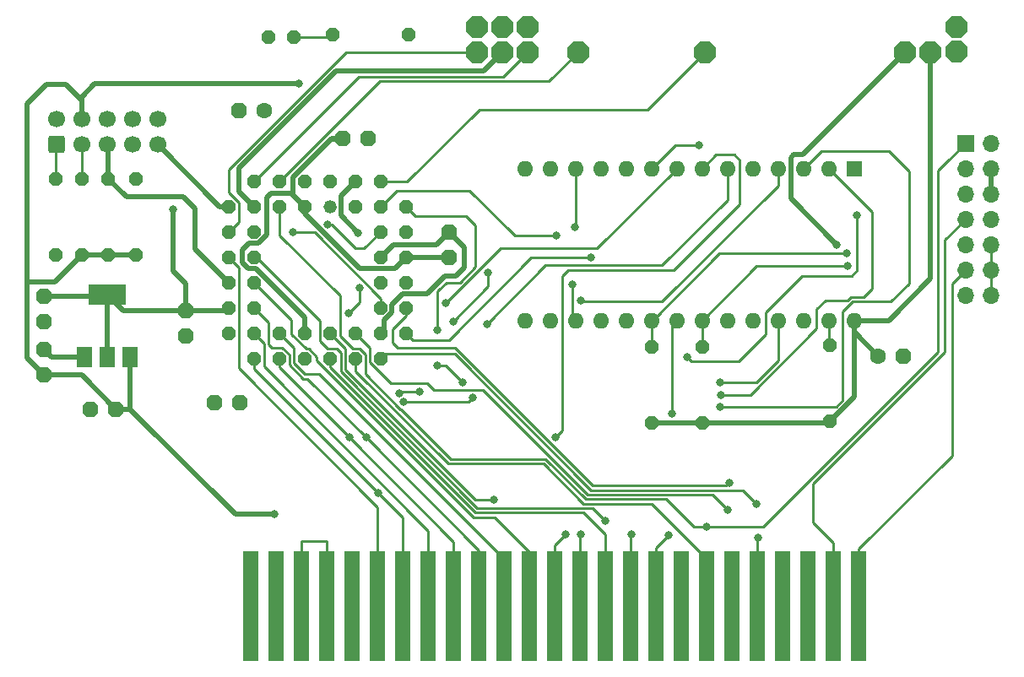
<source format=gbr>
%TF.GenerationSoftware,KiCad,Pcbnew,(6.0.7)*%
%TF.CreationDate,2022-11-17T13:34:52+00:00*%
%TF.ProjectId,msxpi,6d737870-692e-46b6-9963-61645f706362,rev?*%
%TF.SameCoordinates,Original*%
%TF.FileFunction,Copper,L1,Top*%
%TF.FilePolarity,Positive*%
%FSLAX46Y46*%
G04 Gerber Fmt 4.6, Leading zero omitted, Abs format (unit mm)*
G04 Created by KiCad (PCBNEW (6.0.7)) date 2022-11-17 13:34:52*
%MOMM*%
%LPD*%
G01*
G04 APERTURE LIST*
G04 Aperture macros list*
%AMRoundRect*
0 Rectangle with rounded corners*
0 $1 Rounding radius*
0 $2 $3 $4 $5 $6 $7 $8 $9 X,Y pos of 4 corners*
0 Add a 4 corners polygon primitive as box body*
4,1,4,$2,$3,$4,$5,$6,$7,$8,$9,$2,$3,0*
0 Add four circle primitives for the rounded corners*
1,1,$1+$1,$2,$3*
1,1,$1+$1,$4,$5*
1,1,$1+$1,$6,$7*
1,1,$1+$1,$8,$9*
0 Add four rect primitives between the rounded corners*
20,1,$1+$1,$2,$3,$4,$5,0*
20,1,$1+$1,$4,$5,$6,$7,0*
20,1,$1+$1,$6,$7,$8,$9,0*
20,1,$1+$1,$8,$9,$2,$3,0*%
%AMOutline5P*
0 Free polygon, 5 corners , with rotation*
0 The origin of the aperture is its center*
0 number of corners: always 5*
0 $1 to $10 corner X, Y*
0 $11 Rotation angle, in degrees counterclockwise*
0 create outline with 5 corners*
4,1,5,$1,$2,$3,$4,$5,$6,$7,$8,$9,$10,$1,$2,$11*%
%AMOutline6P*
0 Free polygon, 6 corners , with rotation*
0 The origin of the aperture is its center*
0 number of corners: always 6*
0 $1 to $12 corner X, Y*
0 $13 Rotation angle, in degrees counterclockwise*
0 create outline with 6 corners*
4,1,6,$1,$2,$3,$4,$5,$6,$7,$8,$9,$10,$11,$12,$1,$2,$13*%
%AMOutline7P*
0 Free polygon, 7 corners , with rotation*
0 The origin of the aperture is its center*
0 number of corners: always 7*
0 $1 to $14 corner X, Y*
0 $15 Rotation angle, in degrees counterclockwise*
0 create outline with 7 corners*
4,1,7,$1,$2,$3,$4,$5,$6,$7,$8,$9,$10,$11,$12,$13,$14,$1,$2,$15*%
%AMOutline8P*
0 Free polygon, 8 corners , with rotation*
0 The origin of the aperture is its center*
0 number of corners: always 8*
0 $1 to $16 corner X, Y*
0 $17 Rotation angle, in degrees counterclockwise*
0 create outline with 8 corners*
4,1,8,$1,$2,$3,$4,$5,$6,$7,$8,$9,$10,$11,$12,$13,$14,$15,$16,$1,$2,$17*%
G04 Aperture macros list end*
%TA.AperFunction,ComponentPad*%
%ADD10Outline8P,-1.079500X0.447144X-0.447144X1.079500X0.447144X1.079500X1.079500X0.447144X1.079500X-0.447144X0.447144X-1.079500X-0.447144X-1.079500X-1.079500X-0.447144X0.000000*%
%TD*%
%TA.AperFunction,ComponentPad*%
%ADD11C,1.700000*%
%TD*%
%TA.AperFunction,ComponentPad*%
%ADD12RoundRect,0.250000X0.600000X-0.600000X0.600000X0.600000X-0.600000X0.600000X-0.600000X-0.600000X0*%
%TD*%
%TA.AperFunction,ConnectorPad*%
%ADD13R,1.500000X11.000000*%
%TD*%
%TA.AperFunction,ComponentPad*%
%ADD14Outline8P,-0.660400X0.273547X-0.273547X0.660400X0.273547X0.660400X0.660400X0.273547X0.660400X-0.273547X0.273547X-0.660400X-0.273547X-0.660400X-0.660400X-0.273547X270.000000*%
%TD*%
%TA.AperFunction,ComponentPad*%
%ADD15Outline8P,-0.800100X0.331412X-0.331412X0.800100X0.331412X0.800100X0.800100X0.331412X0.800100X-0.331412X0.331412X-0.800100X-0.331412X-0.800100X-0.800100X-0.331412X180.000000*%
%TD*%
%TA.AperFunction,ComponentPad*%
%ADD16Outline8P,-0.800100X0.331412X-0.331412X0.800100X0.331412X0.800100X0.800100X0.331412X0.800100X-0.331412X0.331412X-0.800100X-0.331412X-0.800100X-0.800100X-0.331412X90.000000*%
%TD*%
%TA.AperFunction,ComponentPad*%
%ADD17Outline8P,-0.660400X0.273547X-0.273547X0.660400X0.273547X0.660400X0.660400X0.273547X0.660400X-0.273547X0.273547X-0.660400X-0.273547X-0.660400X-0.660400X-0.273547X90.000000*%
%TD*%
%TA.AperFunction,ComponentPad*%
%ADD18Outline8P,-0.660400X0.273547X-0.273547X0.660400X0.273547X0.660400X0.660400X0.273547X0.660400X-0.273547X0.273547X-0.660400X-0.273547X-0.660400X-0.660400X-0.273547X0.000000*%
%TD*%
%TA.AperFunction,ComponentPad*%
%ADD19C,1.600200*%
%TD*%
%TA.AperFunction,ComponentPad*%
%ADD20Outline8P,-0.800100X0.331412X-0.331412X0.800100X0.331412X0.800100X0.800100X0.331412X0.800100X-0.331412X0.331412X-0.800100X-0.331412X-0.800100X-0.800100X-0.331412X0.000000*%
%TD*%
%TA.AperFunction,SMDPad,CuDef*%
%ADD21R,1.500000X2.000000*%
%TD*%
%TA.AperFunction,SMDPad,CuDef*%
%ADD22R,3.800000X2.000000*%
%TD*%
%TA.AperFunction,ComponentPad*%
%ADD23R,1.700000X1.700000*%
%TD*%
%TA.AperFunction,ComponentPad*%
%ADD24O,1.700000X1.700000*%
%TD*%
%TA.AperFunction,ComponentPad*%
%ADD25Outline8P,-0.800100X0.331412X-0.331412X0.800100X0.331412X0.800100X0.800100X0.331412X0.800100X-0.331412X0.331412X-0.800100X-0.331412X-0.800100X-0.800100X-0.331412X270.000000*%
%TD*%
%TA.AperFunction,ComponentPad*%
%ADD26R,1.600000X1.600000*%
%TD*%
%TA.AperFunction,ComponentPad*%
%ADD27O,1.600000X1.600000*%
%TD*%
%TA.AperFunction,ComponentPad*%
%ADD28Outline8P,-0.660400X0.273547X-0.273547X0.660400X0.273547X0.660400X0.660400X0.273547X0.660400X-0.273547X0.273547X-0.660400X-0.273547X-0.660400X-0.660400X-0.273547X180.000000*%
%TD*%
%TA.AperFunction,ComponentPad*%
%ADD29C,1.320800*%
%TD*%
%TA.AperFunction,ViaPad*%
%ADD30C,0.800000*%
%TD*%
%TA.AperFunction,Conductor*%
%ADD31C,0.250000*%
%TD*%
%TA.AperFunction,Conductor*%
%ADD32C,0.500000*%
%TD*%
G04 APERTURE END LIST*
D10*
%TO.P,MOUNTHOLE5,1,P*%
%TO.N,unconnected-(MOUNTHOLE5-Pad1)*%
X194437000Y-72999600D03*
%TD*%
%TO.P,MOUNTHOLE4,1,P*%
%TO.N,unconnected-(MOUNTHOLE4-Pad1)*%
X194437000Y-75514200D03*
%TD*%
%TO.P,MOUNTHOLE3,1,P*%
%TO.N,unconnected-(MOUNTHOLE3-Pad1)*%
X151384000Y-73025000D03*
%TD*%
%TO.P,MOUNTHOLE2,1,P*%
%TO.N,unconnected-(MOUNTHOLE2-Pad1)*%
X148818600Y-73025000D03*
%TD*%
%TO.P,MOUNTHOLE1,1,P*%
%TO.N,unconnected-(MOUNTHOLE1-Pad1)*%
X146304000Y-73025000D03*
%TD*%
D11*
%TO.P,JP2,10,10*%
%TO.N,GNDREF*%
X114274600Y-82278500D03*
%TO.P,JP2,9,9*%
%TO.N,TDI*%
X114274600Y-84818500D03*
%TO.P,JP2,8,8*%
%TO.N,unconnected-(JP2-Pad8)*%
X111734600Y-82278500D03*
%TO.P,JP2,7,7*%
%TO.N,unconnected-(JP2-Pad7)*%
X111734600Y-84818500D03*
%TO.P,JP2,6,6*%
%TO.N,unconnected-(JP2-Pad6)*%
X109194600Y-82278500D03*
%TO.P,JP2,5,5*%
%TO.N,TMS*%
X109194600Y-84818500D03*
%TO.P,JP2,4,4*%
%TO.N,+5V*%
X106654600Y-82278500D03*
%TO.P,JP2,3,3*%
%TO.N,TDO*%
X106654600Y-84818500D03*
%TO.P,JP2,2,2*%
%TO.N,GNDREF*%
X104114600Y-82278500D03*
D12*
%TO.P,JP2,1,1*%
%TO.N,TCK*%
X104114600Y-84818500D03*
%TD*%
D13*
%TO.P,JP1,2,~{CS2}*%
%TO.N,{slash}CS2*%
X184610025Y-131114405D03*
%TO.P,JP1,4,~{SLTSL}*%
%TO.N,{slash}SLTSL*%
X182070025Y-131114405D03*
%TO.P,JP1,6,~{RFSH}*%
%TO.N,{slash}RFSH*%
X179530025Y-131114405D03*
%TO.P,JP1,8,~{INT}*%
%TO.N,{slash}INT*%
X176990025Y-131114405D03*
%TO.P,JP1,10,BUSDIR*%
%TO.N,BUSDIR*%
X174450025Y-131114405D03*
%TO.P,JP1,12,~{MREQ}*%
%TO.N,{slash}MREQ*%
X171910025Y-131114405D03*
%TO.P,JP1,14,~{RD}*%
%TO.N,{slash}RD*%
X169370025Y-131114405D03*
%TO.P,JP1,16,RES@2*%
%TO.N,unconnected-(JP1-Pad16)*%
X166830025Y-131114405D03*
%TO.P,JP1,18,A15*%
%TO.N,A15*%
X164290025Y-131114405D03*
%TO.P,JP1,20,A10*%
%TO.N,A10*%
X161750025Y-131114405D03*
%TO.P,JP1,22,A6*%
%TO.N,A6*%
X159210025Y-131114405D03*
%TO.P,JP1,24,A8*%
%TO.N,A8*%
X156670025Y-131114405D03*
%TO.P,JP1,26,A13*%
%TO.N,A13*%
X154130025Y-131114405D03*
%TO.P,JP1,28,A0*%
%TO.N,A0*%
X151590025Y-131114405D03*
%TO.P,JP1,30,A2*%
%TO.N,A2*%
X149050025Y-131114405D03*
%TO.P,JP1,32,A4*%
%TO.N,A4*%
X146510025Y-131114405D03*
%TO.P,JP1,34,D0*%
%TO.N,D0*%
X143970025Y-131114405D03*
%TO.P,JP1,36,D2*%
%TO.N,D2*%
X141430025Y-131114405D03*
%TO.P,JP1,38,D4*%
%TO.N,D4*%
X138890025Y-131114405D03*
%TO.P,JP1,40,D6*%
%TO.N,D6*%
X136350025Y-131114405D03*
%TO.P,JP1,42,CLOCK*%
%TO.N,CLOCK*%
X133810025Y-131114405D03*
%TO.P,JP1,44,SW@1*%
%TO.N,Net-(JP1-Pad44)*%
X131270025Y-131114405D03*
%TO.P,JP1,46,SW@2*%
X128730025Y-131114405D03*
%TO.P,JP1,48,+12V*%
%TO.N,unconnected-(JP1-Pad48)*%
X126190025Y-131114405D03*
%TO.P,JP1,50,-12V*%
%TO.N,unconnected-(JP1-Pad50)*%
X123650025Y-131114405D03*
%TD*%
D10*
%TO.P,SPI_MOSI_PI_GPIO1,1,P*%
%TO.N,SPI_MOSI*%
X151384000Y-75558457D03*
%TD*%
D14*
%TO.P,R5,1,1*%
%TO.N,{slash}MEM_WE*%
X181711600Y-104952800D03*
%TO.P,R5,2,2*%
%TO.N,+5V*%
X181711600Y-112572800D03*
%TD*%
D10*
%TO.P,+5V1,1,P*%
%TO.N,+5V*%
X191824942Y-75558457D03*
%TD*%
D15*
%TO.P,C8,1,1*%
%TO.N,GNDREF*%
X122555000Y-110744000D03*
%TO.P,C8,2,2*%
%TO.N,+3.3V*%
X120015000Y-110744000D03*
%TD*%
D16*
%TO.P,C1,1,1*%
%TO.N,+5V*%
X102870000Y-107950000D03*
%TO.P,C1,2,2*%
%TO.N,GNDREF*%
X102870000Y-105410000D03*
%TD*%
D17*
%TO.P,R3,1,1*%
%TO.N,+5V*%
X109347000Y-95885000D03*
%TO.P,R3,2,2*%
%TO.N,TMS*%
X109347000Y-88265000D03*
%TD*%
D18*
%TO.P,R8,1,1*%
%TO.N,Net-(LED1-PadA)*%
X131876800Y-73837800D03*
%TO.P,R8,2,2*%
%TO.N,SPI_CLK*%
X139496800Y-73837800D03*
%TD*%
D19*
%TO.P,C9,+,+*%
%TO.N,+5V*%
X186537600Y-106019600D03*
D20*
%TO.P,C9,-,-*%
%TO.N,GNDREF*%
X189077600Y-106019600D03*
%TD*%
D21*
%TO.P,IC1,1,ADJ*%
%TO.N,GNDREF*%
X106920000Y-106172400D03*
D22*
%TO.P,IC1,2,OUT*%
%TO.N,+3.3V*%
X109220000Y-99872400D03*
D21*
X109220000Y-106172400D03*
%TO.P,IC1,3,IN*%
%TO.N,+5V*%
X111520000Y-106172400D03*
%TD*%
D23*
%TO.P,J1,1,Pin_1*%
%TO.N,{slash}WR*%
X195321000Y-84704000D03*
D24*
%TO.P,J1,2,Pin_2*%
%TO.N,{slash}MEM_WE*%
X197861000Y-84704000D03*
%TO.P,J1,3,Pin_3*%
%TO.N,A14*%
X195321000Y-87244000D03*
%TO.P,J1,4,Pin_4*%
%TO.N,MEM_A14*%
X197861000Y-87244000D03*
%TO.P,J1,5,Pin_5*%
%TO.N,A15*%
X195321000Y-89784000D03*
%TO.P,J1,6,Pin_6*%
%TO.N,MEM_A14*%
X197861000Y-89784000D03*
%TO.P,J1,7,Pin_7*%
%TO.N,{slash}SLTSL*%
X195321000Y-92324000D03*
%TO.P,J1,8,Pin_8*%
%TO.N,{slash}MEM_CE*%
X197861000Y-92324000D03*
%TO.P,J1,9,Pin_9*%
%TO.N,{slash}CS12*%
X195321000Y-94864000D03*
%TO.P,J1,10,Pin_10*%
%TO.N,{slash}MEM_OE*%
X197861000Y-94864000D03*
%TO.P,J1,11,Pin_11*%
%TO.N,{slash}CS2*%
X195321000Y-97404000D03*
%TO.P,J1,12,Pin_12*%
%TO.N,{slash}MEM_OE*%
X197861000Y-97404000D03*
%TO.P,J1,13,Pin_13*%
%TO.N,{slash}CS1*%
X195321000Y-99944000D03*
%TO.P,J1,14,Pin_14*%
%TO.N,{slash}MEM_OE*%
X197861000Y-99944000D03*
%TD*%
D17*
%TO.P,R1,1,1*%
%TO.N,GNDREF*%
X104038400Y-95859600D03*
%TO.P,R1,2,2*%
%TO.N,TCK*%
X104038400Y-88239600D03*
%TD*%
D25*
%TO.P,C7,1,1*%
%TO.N,GNDREF*%
X143510000Y-93599000D03*
%TO.P,C7,2,2*%
%TO.N,+3.3V*%
X143510000Y-96139000D03*
%TD*%
D14*
%TO.P,R7,2,2*%
%TO.N,+5V*%
X163830000Y-112776000D03*
%TO.P,R7,1,1*%
%TO.N,{slash}MEM_CE*%
X163830000Y-105156000D03*
%TD*%
D26*
%TO.P,U1,1,A14*%
%TO.N,MEM_A14*%
X184150000Y-87249000D03*
D27*
%TO.P,U1,2,A12*%
%TO.N,A12*%
X181610000Y-87249000D03*
%TO.P,U1,3,A7*%
%TO.N,A7*%
X179070000Y-87249000D03*
%TO.P,U1,4,A6*%
%TO.N,A6*%
X176530000Y-87249000D03*
%TO.P,U1,5,A5*%
%TO.N,A5*%
X173990000Y-87249000D03*
%TO.P,U1,6,A4*%
%TO.N,A4*%
X171450000Y-87249000D03*
%TO.P,U1,7,A3*%
%TO.N,A3*%
X168910000Y-87249000D03*
%TO.P,U1,8,A2*%
%TO.N,A2*%
X166370000Y-87249000D03*
%TO.P,U1,9,A1*%
%TO.N,A1*%
X163830000Y-87249000D03*
%TO.P,U1,10,A0*%
%TO.N,A0*%
X161290000Y-87249000D03*
%TO.P,U1,11,D0*%
%TO.N,D0*%
X158750000Y-87249000D03*
%TO.P,U1,12,D1*%
%TO.N,D1*%
X156210000Y-87249000D03*
%TO.P,U1,13,D2*%
%TO.N,D2*%
X153670000Y-87249000D03*
%TO.P,U1,14,GND*%
%TO.N,GNDREF*%
X151130000Y-87249000D03*
%TO.P,U1,15,D3*%
%TO.N,D3*%
X151130000Y-102489000D03*
%TO.P,U1,16,D4*%
%TO.N,D4*%
X153670000Y-102489000D03*
%TO.P,U1,17,D5*%
%TO.N,D5*%
X156210000Y-102489000D03*
%TO.P,U1,18,D6*%
%TO.N,D6*%
X158750000Y-102489000D03*
%TO.P,U1,19,D7*%
%TO.N,D7*%
X161290000Y-102489000D03*
%TO.P,U1,20,~{CS}*%
%TO.N,{slash}MEM_CE*%
X163830000Y-102489000D03*
%TO.P,U1,21,A10*%
%TO.N,A10*%
X166370000Y-102489000D03*
%TO.P,U1,22,~{OE}*%
%TO.N,{slash}MEM_OE*%
X168910000Y-102489000D03*
%TO.P,U1,23,A11*%
%TO.N,A11*%
X171450000Y-102489000D03*
%TO.P,U1,24,A9*%
%TO.N,A9*%
X173990000Y-102489000D03*
%TO.P,U1,25,A8*%
%TO.N,A8*%
X176530000Y-102489000D03*
%TO.P,U1,26,A13*%
%TO.N,A13*%
X179070000Y-102489000D03*
%TO.P,U1,27,~{WE}*%
%TO.N,{slash}MEM_WE*%
X181610000Y-102489000D03*
%TO.P,U1,28,VCC*%
%TO.N,+5V*%
X184150000Y-102489000D03*
%TD*%
D28*
%TO.P,LED1,A,A*%
%TO.N,Net-(LED1-PadA)*%
X127952500Y-74041000D03*
%TO.P,LED1,K,C*%
%TO.N,GNDREF*%
X125412500Y-74041000D03*
%TD*%
D15*
%TO.P,C5,1,1*%
%TO.N,GNDREF*%
X135382000Y-84175600D03*
%TO.P,C5,2,2*%
%TO.N,+3.3V*%
X132842000Y-84175600D03*
%TD*%
D17*
%TO.P,R2,1,1*%
%TO.N,+5V*%
X106705400Y-95885000D03*
%TO.P,R2,2,2*%
%TO.N,TDO*%
X106705400Y-88265000D03*
%TD*%
D10*
%TO.P,GND5,1,P*%
%TO.N,GNDREF*%
X189284942Y-75558457D03*
%TD*%
D15*
%TO.P,C6,1,1*%
%TO.N,+5V*%
X110109000Y-111379000D03*
%TO.P,C6,2,2*%
%TO.N,GNDREF*%
X107569000Y-111379000D03*
%TD*%
D10*
%TO.P,SPI_MISO_PI_GPIO1,1,P*%
%TO.N,SPI_MISO*%
X156464000Y-75558457D03*
%TD*%
%TO.P,SPI_RDY_PI_GPIO1,1,P*%
%TO.N,SPI_RDY*%
X169164000Y-75558457D03*
%TD*%
D19*
%TO.P,C2,+,+*%
%TO.N,+3.3V*%
X124942600Y-81432400D03*
D15*
%TO.P,C2,-,-*%
%TO.N,GNDREF*%
X122402600Y-81432400D03*
%TD*%
D16*
%TO.P,C4,1,1*%
%TO.N,GNDREF*%
X117094000Y-104013000D03*
%TO.P,C4,2,2*%
%TO.N,+3.3V*%
X117094000Y-101473000D03*
%TD*%
D10*
%TO.P,SPI_CLK_PI_GPIO1,1,P*%
%TO.N,SPI_CLK*%
X148844000Y-75558457D03*
%TD*%
D14*
%TO.P,R6,2,2*%
%TO.N,+5V*%
X168910000Y-112725200D03*
%TO.P,R6,1,1*%
%TO.N,{slash}MEM_OE*%
X168910000Y-105105200D03*
%TD*%
D18*
%TO.P,EPM3064ALC44,44,OE1*%
%TO.N,unconnected-(EPM3064ALC44-Pad44)*%
X131572000Y-88519000D03*
%TO.P,EPM3064ALC44,43,GCLK1*%
%TO.N,unconnected-(EPM3064ALC44-Pad43)*%
X134112000Y-91059000D03*
%TO.P,EPM3064ALC44,42,GND@1*%
%TO.N,GNDREF*%
X134112000Y-88519000D03*
%TO.P,EPM3064ALC44,41,IO64*%
%TO.N,D5*%
X136652000Y-91059000D03*
%TO.P,EPM3064ALC44,40,IO62*%
%TO.N,SPI_RDY*%
X136652000Y-88519000D03*
%TO.P,EPM3064ALC44,39,IO57*%
%TO.N,D3*%
X139192000Y-91059000D03*
%TO.P,EPM3064ALC44,38,IO56/TDO*%
%TO.N,TDO*%
X136652000Y-93599000D03*
%TO.P,EPM3064ALC44,37,IO53*%
%TO.N,D1*%
X139192000Y-93599000D03*
%TO.P,EPM3064ALC44,36,GND@6*%
%TO.N,GNDREF*%
X136652000Y-96139000D03*
%TO.P,EPM3064ALC44,35,VCC@3*%
%TO.N,+3.3V*%
X139192000Y-96139000D03*
%TO.P,EPM3064ALC44,34,IO51*%
%TO.N,A1*%
X136652000Y-98679000D03*
%TO.P,EPM3064ALC44,33,IO49*%
%TO.N,A5*%
X139192000Y-98679000D03*
%TO.P,EPM3064ALC44,32,IO48/TCK*%
%TO.N,TCK*%
X136652000Y-101219000D03*
%TO.P,EPM3064ALC44,31,IO46*%
%TO.N,BUSDIR*%
X139192000Y-101219000D03*
%TO.P,EPM3064ALC44,30,GND@5*%
%TO.N,GNDREF*%
X136652000Y-103759000D03*
%TO.P,EPM3064ALC44,29,IO41*%
%TO.N,D7*%
X139192000Y-103759000D03*
%TO.P,EPM3064ALC44,28,IO40*%
%TO.N,{slash}WAIT*%
X136652000Y-106299000D03*
%TO.P,EPM3064ALC44,27,IO37*%
%TO.N,{slash}IORQ*%
X134112000Y-103759000D03*
%TO.P,EPM3064ALC44,26,IO36*%
%TO.N,{slash}RD*%
X134112000Y-106299000D03*
%TO.P,EPM3064ALC44,25,IO35*%
%TO.N,A3*%
X131572000Y-103759000D03*
%TO.P,EPM3064ALC44,24,IO33*%
%TO.N,A6*%
X131572000Y-106299000D03*
%TO.P,EPM3064ALC44,23,VCC@2*%
%TO.N,+3.3V*%
X129032000Y-103759000D03*
%TO.P,EPM3064ALC44,22,GND@4*%
%TO.N,GNDREF*%
X129032000Y-106299000D03*
%TO.P,EPM3064ALC44,21,IO17*%
%TO.N,A2*%
X126492000Y-103759000D03*
%TO.P,EPM3064ALC44,20,IO19*%
%TO.N,D0*%
X126492000Y-106299000D03*
%TO.P,EPM3064ALC44,19,IO20*%
%TO.N,D2*%
X123952000Y-103759000D03*
%TO.P,EPM3064ALC44,18,IO21*%
%TO.N,D4*%
X123952000Y-106299000D03*
%TO.P,EPM3064ALC44,17,GND@3*%
%TO.N,GNDREF*%
X121412000Y-103759000D03*
%TO.P,EPM3064ALC44,16,IO25*%
%TO.N,A4*%
X123952000Y-101219000D03*
%TO.P,EPM3064ALC44,15,VCC@1*%
%TO.N,+3.3V*%
X121412000Y-101219000D03*
%TO.P,EPM3064ALC44,14,IO30*%
%TO.N,A0*%
X123952000Y-98679000D03*
%TO.P,EPM3064ALC44,13,IO32/TMS*%
%TO.N,TMS*%
X121412000Y-98679000D03*
%TO.P,EPM3064ALC44,12,IO1*%
%TO.N,A7*%
X123952000Y-96139000D03*
%TO.P,EPM3064ALC44,11,IO3*%
%TO.N,D6*%
X121412000Y-96139000D03*
%TO.P,EPM3064ALC44,10,GND@2*%
%TO.N,GNDREF*%
X123952000Y-93599000D03*
%TO.P,EPM3064ALC44,9,IO4*%
%TO.N,SPI_CS*%
X121412000Y-93599000D03*
%TO.P,EPM3064ALC44,8,IO5*%
%TO.N,SPI_CLK*%
X123952000Y-91059000D03*
%TO.P,EPM3064ALC44,7,IO8/TDI*%
%TO.N,TDI*%
X121412000Y-91059000D03*
%TO.P,EPM3064ALC44,6,IO11*%
%TO.N,SPI_MOSI*%
X123952000Y-88519000D03*
%TO.P,EPM3064ALC44,5,IO14*%
%TO.N,{slash}WR*%
X126492000Y-91059000D03*
%TO.P,EPM3064ALC44,4,IO16*%
%TO.N,SPI_MISO*%
X126492000Y-88519000D03*
%TO.P,EPM3064ALC44,3,PD/_VCC*%
%TO.N,+3.3V*%
X129032000Y-91059000D03*
%TO.P,EPM3064ALC44,2,OE2-GCLK2*%
%TO.N,unconnected-(EPM3064ALC44-Pad2)*%
X129032000Y-88519000D03*
D29*
%TO.P,EPM3064ALC44,1,GCLR/*%
%TO.N,unconnected-(EPM3064ALC44-Pad1)*%
X131572000Y-91059000D03*
%TD*%
D17*
%TO.P,R4,1,1*%
%TO.N,+5V*%
X112090200Y-95935800D03*
%TO.P,R4,2,2*%
%TO.N,TDI*%
X112090200Y-88315800D03*
%TD*%
D25*
%TO.P,C3,1,1*%
%TO.N,+3.3V*%
X102870000Y-100076000D03*
%TO.P,C3,2,2*%
%TO.N,GNDREF*%
X102870000Y-102616000D03*
%TD*%
D10*
%TO.P,SPI_CS_PI_GPIO1,1,P*%
%TO.N,SPI_CS*%
X146304000Y-75558457D03*
%TD*%
D30*
%TO.N,D3*%
X144919700Y-108699300D03*
%TO.N,D5*%
X155879800Y-98831400D03*
X154279600Y-93980000D03*
%TO.N,D3*%
X142367000Y-106959400D03*
X142367000Y-103454200D03*
%TO.N,GNDREF*%
X134416800Y-93675200D03*
X182422800Y-94843600D03*
%TO.N,TDO*%
X131308204Y-92811600D03*
%TO.N,TCK*%
X127863600Y-93635300D03*
%TO.N,+3.3V*%
X115798600Y-91287600D03*
%TO.N,{slash}WAIT*%
X174345600Y-120853200D03*
%TO.N,{slash}WR*%
X169367200Y-123139200D03*
%TO.N,{slash}IORQ*%
X171450000Y-121462800D03*
%TO.N,D7*%
X157734000Y-96194700D03*
%TO.N,D4*%
X145897600Y-110185200D03*
X138940944Y-110648299D03*
X136391222Y-119742378D03*
%TO.N,D2*%
X134569200Y-99212400D03*
X133451600Y-101752400D03*
%TO.N,D1*%
X156159200Y-93065600D03*
%TO.N,D0*%
X147421600Y-97637600D03*
X143916400Y-102565200D03*
X133527800Y-114223800D03*
%TO.N,BUSDIR*%
X174498000Y-124256800D03*
X171602400Y-118769900D03*
%TO.N,A8*%
X170688000Y-108712000D03*
X156718000Y-123901200D03*
%TO.N,A7*%
X159156400Y-122580400D03*
X170738800Y-111099600D03*
%TO.N,A6*%
X156718000Y-100482400D03*
%TO.N,A4*%
X138493189Y-109751121D03*
X147320000Y-102819200D03*
X140589000Y-109626400D03*
X135204200Y-114223800D03*
%TO.N,A3*%
X147980400Y-120446800D03*
X154178000Y-114198400D03*
%TO.N,A2*%
X143205200Y-100711000D03*
%TO.N,A15*%
X165557200Y-124002800D03*
%TO.N,A14*%
X167386000Y-106172000D03*
X184454800Y-91948000D03*
%TO.N,A13*%
X155244800Y-123901200D03*
%TO.N,A12*%
X170789600Y-109931200D03*
%TO.N,A10*%
X165862000Y-111827300D03*
X161798000Y-123952000D03*
%TO.N,A1*%
X168554400Y-84886800D03*
%TO.N,+5V*%
X125984000Y-121920000D03*
X128473200Y-78689200D03*
%TO.N,{slash}MEM_OE*%
X183489600Y-96977200D03*
%TO.N,{slash}MEM_CE*%
X183438800Y-95758000D03*
%TD*%
D31*
%TO.N,Net-(JP1-Pad44)*%
X128730025Y-124615225D02*
X128730025Y-131114405D01*
X131241800Y-124587000D02*
X128701800Y-124587000D01*
X131270025Y-124615225D02*
X131241800Y-124587000D01*
X131270025Y-131114405D02*
X131270025Y-124615225D01*
X128701800Y-124587000D02*
X128730025Y-124615225D01*
%TO.N,D3*%
X143179800Y-106959400D02*
X144919700Y-108699300D01*
X143179800Y-106959400D02*
X142367000Y-106959400D01*
%TO.N,D7*%
X143484600Y-104419400D02*
X139852400Y-104419400D01*
X139852400Y-104419400D02*
X139192000Y-103759000D01*
X151709300Y-96194700D02*
X143484600Y-104419400D01*
X157734000Y-96194700D02*
X151709300Y-96194700D01*
%TO.N,D5*%
X155879800Y-102158800D02*
X155879800Y-98831400D01*
X156210000Y-102489000D02*
X155879800Y-102158800D01*
%TO.N,A3*%
X170307000Y-85852000D02*
X168910000Y-87249000D01*
X172110400Y-85852000D02*
X170307000Y-85852000D01*
X166014400Y-97434400D02*
X172669200Y-90779600D01*
X155422600Y-97434400D02*
X166014400Y-97434400D01*
X154838400Y-98018600D02*
X155422600Y-97434400D01*
X154838400Y-113538000D02*
X154838400Y-98018600D01*
X172669200Y-90779600D02*
X172669200Y-86410800D01*
X154178000Y-114198400D02*
X154838400Y-113538000D01*
X172669200Y-86410800D02*
X172110400Y-85852000D01*
%TO.N,D5*%
X150114000Y-93980000D02*
X154279600Y-93980000D01*
X149758400Y-93624400D02*
X150114000Y-93980000D01*
X145567400Y-89433400D02*
X149758400Y-93624400D01*
X138709400Y-89433400D02*
X145567400Y-89433400D01*
X138277600Y-89433400D02*
X138709400Y-89433400D01*
X136652000Y-91059000D02*
X138277600Y-89433400D01*
%TO.N,SPI_RDY*%
X163417057Y-81305400D02*
X169164000Y-75558457D01*
X146532600Y-81305400D02*
X163417057Y-81305400D01*
X139319000Y-88519000D02*
X146532600Y-81305400D01*
X136652000Y-88519000D02*
X139319000Y-88519000D01*
%TO.N,A4*%
X138617910Y-109626400D02*
X138493189Y-109751121D01*
X140589000Y-109626400D02*
X138617910Y-109626400D01*
%TO.N,{slash}WAIT*%
X137109200Y-105841800D02*
X136652000Y-106299000D01*
X144094200Y-105841800D02*
X137109200Y-105841800D01*
X157750000Y-119497600D02*
X144094200Y-105841800D01*
X172990000Y-119497600D02*
X157750000Y-119497600D01*
X174345600Y-120853200D02*
X172990000Y-119497600D01*
%TO.N,BUSDIR*%
X137820400Y-103327200D02*
X139192000Y-101955600D01*
X137820400Y-104698800D02*
X137820400Y-103327200D01*
X139192000Y-101955600D02*
X139192000Y-101219000D01*
X138353800Y-105232200D02*
X137820400Y-104698800D01*
X144145000Y-105232200D02*
X138353800Y-105232200D01*
X171327900Y-119044400D02*
X157957200Y-119044400D01*
X157957200Y-119044400D02*
X144145000Y-105232200D01*
X171602400Y-118769900D02*
X171327900Y-119044400D01*
%TO.N,{slash}IORQ*%
X135563722Y-105210722D02*
X134112000Y-103759000D01*
X135563722Y-106658522D02*
X135563722Y-105210722D01*
X141300200Y-108737400D02*
X137642600Y-108737400D01*
X142019800Y-109457000D02*
X141300200Y-108737400D01*
X137642600Y-108737400D02*
X135563722Y-106658522D01*
X146896600Y-109457000D02*
X142019800Y-109457000D01*
X169938000Y-119950800D02*
X157390400Y-119950800D01*
X171450000Y-121462800D02*
X169938000Y-119950800D01*
X157390400Y-119950800D02*
X146896600Y-109457000D01*
%TO.N,D3*%
X142367000Y-103174800D02*
X142367000Y-103454200D01*
X142367000Y-99528769D02*
X142367000Y-103174800D01*
X142487084Y-99408685D02*
X142367000Y-99528769D01*
X143232430Y-98663339D02*
X142487084Y-99408685D01*
X146151600Y-97123678D02*
X144611939Y-98663339D01*
X144611939Y-98663339D02*
X143232430Y-98663339D01*
X146151600Y-95173800D02*
X146151600Y-97123678D01*
%TO.N,A2*%
X158369000Y-95250000D02*
X166370000Y-87249000D01*
X148666200Y-95250000D02*
X158369000Y-95250000D01*
X143205200Y-100711000D02*
X148666200Y-95250000D01*
%TO.N,D3*%
X146151600Y-92913200D02*
X146151600Y-95173800D01*
X145237200Y-91998800D02*
X146151600Y-92913200D01*
X140131800Y-91998800D02*
X145237200Y-91998800D01*
X139192000Y-91059000D02*
X140131800Y-91998800D01*
D32*
%TO.N,TMS*%
X109347000Y-88265000D02*
X109347000Y-84970900D01*
X109347000Y-84970900D02*
X109194600Y-84818500D01*
D31*
%TO.N,TDO*%
X106705400Y-84869300D02*
X106654600Y-84818500D01*
X106705400Y-88265000D02*
X106705400Y-84869300D01*
%TO.N,TCK*%
X104038400Y-84894700D02*
X104114600Y-84818500D01*
X104038400Y-88239600D02*
X104038400Y-84894700D01*
D32*
%TO.N,+5V*%
X103098600Y-78816200D02*
X101176144Y-80738656D01*
X106654600Y-80365600D02*
X105105200Y-78816200D01*
X101176144Y-80738656D02*
X101176144Y-98620256D01*
X106654600Y-82278500D02*
X106654600Y-80365600D01*
X105105200Y-78816200D02*
X103098600Y-78816200D01*
X103970144Y-98620256D02*
X106705400Y-95885000D01*
X101176144Y-98620256D02*
X103970144Y-98620256D01*
X106705400Y-95885000D02*
X109347000Y-95885000D01*
X109397800Y-95935800D02*
X109347000Y-95885000D01*
X112090200Y-95935800D02*
X109397800Y-95935800D01*
%TO.N,TMS*%
X111150400Y-90068400D02*
X109347000Y-88265000D01*
X118041800Y-91270200D02*
X116840000Y-90068400D01*
X116840000Y-90068400D02*
X111150400Y-90068400D01*
X118041800Y-95308800D02*
X118041800Y-91270200D01*
X121412000Y-98679000D02*
X118041800Y-95308800D01*
%TO.N,TDI*%
X114274600Y-84818500D02*
X120515100Y-91059000D01*
X120515100Y-91059000D02*
X121412000Y-91059000D01*
%TO.N,+5V*%
X106654600Y-80035400D02*
X108000800Y-78689200D01*
X106654600Y-82278500D02*
X106654600Y-80035400D01*
%TO.N,+3.3V*%
X117094000Y-98806000D02*
X117094000Y-101473000D01*
X115798600Y-97510600D02*
X117094000Y-98806000D01*
X115798600Y-91287600D02*
X115798600Y-97510600D01*
D31*
%TO.N,Net-(LED1-PadA)*%
X131673600Y-74041000D02*
X131876800Y-73837800D01*
X127952500Y-74041000D02*
X131673600Y-74041000D01*
D32*
%TO.N,+5V*%
X101176144Y-106256144D02*
X101176144Y-98620256D01*
X102870000Y-107950000D02*
X101176144Y-106256144D01*
X128473200Y-78689200D02*
X108000800Y-78689200D01*
%TO.N,unconnected-(JP2-Pad7)*%
X112323800Y-84587000D02*
X112323800Y-84932600D01*
X112323800Y-84637800D02*
X112323800Y-84587000D01*
%TO.N,GNDREF*%
X136652000Y-96139000D02*
X137896600Y-94894400D01*
X145084800Y-95173800D02*
X143510000Y-93599000D01*
X137007600Y-102438270D02*
X137765600Y-101680270D01*
X177783200Y-90204000D02*
X177783200Y-86173600D01*
X177783200Y-86173600D02*
X178104800Y-85852000D01*
X145084800Y-97129600D02*
X145084800Y-95173800D01*
X137765600Y-100892800D02*
X138865800Y-99792600D01*
X134112000Y-88519000D02*
X132685600Y-89945400D01*
X106920000Y-106172400D02*
X103632400Y-106172400D01*
X182422800Y-94843600D02*
X177783200Y-90204000D01*
X143094236Y-97983835D02*
X144230565Y-97983835D01*
X132685600Y-89945400D02*
X132685600Y-91944000D01*
X178104800Y-85852000D02*
X178991399Y-85852000D01*
X132685600Y-91944000D02*
X134416800Y-93675200D01*
X138865800Y-99792600D02*
X141285471Y-99792600D01*
X144230565Y-97983835D02*
X145084800Y-97129600D01*
X141285471Y-99792600D02*
X143094236Y-97983835D01*
X137007600Y-103403400D02*
X137007600Y-102438270D01*
X136652000Y-103759000D02*
X137007600Y-103403400D01*
X137765600Y-101680270D02*
X137765600Y-100892800D01*
X178991399Y-85852000D02*
X189284942Y-75558457D01*
X142214600Y-94894400D02*
X143510000Y-93599000D01*
X137896600Y-94894400D02*
X142214600Y-94894400D01*
X103632400Y-106172400D02*
X102870000Y-105410000D01*
D31*
%TO.N,TDO*%
X131308204Y-92811600D02*
X131724400Y-92811600D01*
X135001000Y-95250000D02*
X136652000Y-93599000D01*
X134162800Y-95250000D02*
X135001000Y-95250000D01*
X131724400Y-92811600D02*
X134162800Y-95250000D01*
%TO.N,TCK*%
X130021931Y-93635300D02*
X136652000Y-100265369D01*
X136652000Y-100265369D02*
X136652000Y-101219000D01*
X127863600Y-93635300D02*
X130021931Y-93635300D01*
D32*
%TO.N,+3.3V*%
X122783600Y-96692902D02*
X123343298Y-97252600D01*
X123422600Y-94712600D02*
X122783600Y-95351600D01*
X127889000Y-89916000D02*
X129032000Y-91059000D01*
X132842000Y-84328000D02*
X131876800Y-84328000D01*
X131648130Y-84328000D02*
X131800530Y-84175600D01*
X131800530Y-84175600D02*
X132842000Y-84175600D01*
X132842000Y-84175600D02*
X132029200Y-84175600D01*
X121158000Y-101473000D02*
X121412000Y-101219000D01*
X129032000Y-91744800D02*
X129032000Y-91059000D01*
X110820600Y-101473000D02*
X109220000Y-99872400D01*
X125222000Y-93903870D02*
X124413270Y-94712600D01*
X102870000Y-100076000D02*
X109016400Y-100076000D01*
X109220000Y-106172400D02*
X109220000Y-99872400D01*
X125628400Y-89712800D02*
X125222000Y-90119200D01*
X127685800Y-89712800D02*
X125628400Y-89712800D01*
X132029200Y-84175600D02*
X131876800Y-84328000D01*
X129032000Y-102180200D02*
X129032000Y-103759000D01*
X124104400Y-97252600D02*
X129032000Y-102180200D01*
X129032000Y-91059000D02*
X127685800Y-89712800D01*
X138078400Y-97252600D02*
X134539800Y-97252600D01*
X131876800Y-84328000D02*
X131648130Y-84328000D01*
X124413270Y-94712600D02*
X123422600Y-94712600D01*
X109016400Y-100076000D02*
X109220000Y-99872400D01*
X139192000Y-96139000D02*
X138078400Y-97252600D01*
X109118000Y-100076000D02*
X109220000Y-99974000D01*
X122783600Y-95351600D02*
X122783600Y-96692902D01*
X131648130Y-84328000D02*
X127889000Y-88087130D01*
X134539800Y-97252600D02*
X129032000Y-91744800D01*
X143510000Y-96139000D02*
X139192000Y-96139000D01*
X123343298Y-97252600D02*
X124104400Y-97252600D01*
X117094000Y-101473000D02*
X110820600Y-101473000D01*
X125222000Y-90119200D02*
X125222000Y-93903870D01*
X127889000Y-88087130D02*
X127889000Y-89916000D01*
X117094000Y-101473000D02*
X121158000Y-101473000D01*
D31*
%TO.N,SPI_MOSI*%
X134454719Y-78016281D02*
X148926176Y-78016281D01*
X148926176Y-78016281D02*
X151384000Y-75558457D01*
X123952000Y-88519000D02*
X134454719Y-78016281D01*
%TO.N,SPI_CS*%
X121412000Y-89660908D02*
X121412000Y-87376000D01*
X121412000Y-87376000D02*
X133229543Y-75558457D01*
X121412000Y-93599000D02*
X122400600Y-92610400D01*
X122400600Y-92610400D02*
X122400600Y-90649508D01*
X122400600Y-90649508D02*
X121412000Y-89660908D01*
X133229543Y-75558457D02*
X146304000Y-75558457D01*
D32*
%TO.N,SPI_CLK*%
X122428000Y-89535000D02*
X123952000Y-91059000D01*
X148844000Y-75558457D02*
X146964376Y-77438081D01*
X146964376Y-77438081D02*
X132167617Y-77438081D01*
X122428000Y-87177698D02*
X122428000Y-89535000D01*
X132167617Y-77438081D02*
X122428000Y-87177698D01*
D31*
%TO.N,{slash}RD*%
X163862820Y-120857200D02*
X157014956Y-120857200D01*
X152993756Y-116836000D02*
X143404400Y-116836000D01*
X134112000Y-107543600D02*
X134112000Y-106299000D01*
X169370025Y-126364405D02*
X163862820Y-120857200D01*
X143404400Y-116836000D02*
X134112000Y-107543600D01*
X169370025Y-131114405D02*
X169370025Y-126364405D01*
X157014956Y-120857200D02*
X152993756Y-116836000D01*
%TO.N,{slash}WR*%
X143662400Y-116382800D02*
X138656099Y-111376499D01*
X133858000Y-105310400D02*
X132560600Y-104013000D01*
X138639313Y-111376499D02*
X135100600Y-107837786D01*
X192582800Y-87426800D02*
X193497200Y-86512400D01*
X165311200Y-120404000D02*
X157202678Y-120404000D01*
X135100600Y-107837786D02*
X135100600Y-105889508D01*
X135100600Y-105889508D02*
X134521492Y-105310400D01*
X168046400Y-123139200D02*
X165311200Y-120404000D01*
X138656099Y-111376499D02*
X138639313Y-111376499D01*
X132560600Y-99997800D02*
X126492000Y-93929200D01*
X153181478Y-116382800D02*
X143662400Y-116382800D01*
X169367200Y-123139200D02*
X168046400Y-123139200D01*
X134521492Y-105310400D02*
X133858000Y-105310400D01*
X175056800Y-123139200D02*
X192582800Y-105613200D01*
X157202678Y-120404000D02*
X153181478Y-116382800D01*
X193497200Y-86512400D02*
X193512600Y-86512400D01*
X192582800Y-105613200D02*
X192582800Y-87426800D01*
X132560600Y-104013000D02*
X132560600Y-99997800D01*
X126492000Y-93929200D02*
X126492000Y-91059000D01*
X169367200Y-123139200D02*
X175056800Y-123139200D01*
X193512600Y-86512400D02*
X195321000Y-84704000D01*
%TO.N,SPI_MISO*%
X153552976Y-78469481D02*
X156464000Y-75558457D01*
X136541519Y-78469481D02*
X153552976Y-78469481D01*
X126492000Y-88519000D02*
X136541519Y-78469481D01*
%TO.N,D6*%
X136350025Y-131114405D02*
X136350025Y-124126975D01*
X122400600Y-97127600D02*
X121412000Y-96139000D01*
X136347200Y-121208800D02*
X122400600Y-107262200D01*
X122400600Y-107262200D02*
X122400600Y-97127600D01*
X136350025Y-124126975D02*
X136347200Y-124124150D01*
X136347200Y-124124150D02*
X136347200Y-121208800D01*
%TO.N,D4*%
X136391222Y-119742378D02*
X138890025Y-122241181D01*
X123952000Y-107303156D02*
X136391222Y-119742378D01*
X138946843Y-110642400D02*
X145440400Y-110642400D01*
X123952000Y-106299000D02*
X123952000Y-107303156D01*
X145440400Y-110642400D02*
X145897600Y-110185200D01*
X138940944Y-110648299D02*
X138946843Y-110642400D01*
X138890025Y-122241181D02*
X138890025Y-131114405D01*
%TO.N,D2*%
X141430025Y-123548425D02*
X124945652Y-107064052D01*
X134569200Y-100634800D02*
X134569200Y-99212400D01*
X141430025Y-131114405D02*
X141430025Y-123548425D01*
X124945652Y-107064052D02*
X124945652Y-104752652D01*
X124945652Y-104752652D02*
X123952000Y-103759000D01*
X133451600Y-101752400D02*
X134569200Y-100634800D01*
%TO.N,D1*%
X156159200Y-93065600D02*
X156210000Y-93014800D01*
X156210000Y-93014800D02*
X156210000Y-87249000D01*
%TO.N,D0*%
X147421600Y-99060000D02*
X143916400Y-102565200D01*
X147421600Y-97637600D02*
X147421600Y-99060000D01*
X143970025Y-124666025D02*
X143970025Y-131114405D01*
X126492000Y-106299000D02*
X126492000Y-107188000D01*
X133527800Y-114223800D02*
X143970025Y-124666025D01*
X126492000Y-107188000D02*
X133527800Y-114223800D01*
%TO.N,{slash}CS2*%
X184610025Y-131114405D02*
X184610025Y-125371575D01*
X193954400Y-116027200D02*
X193954400Y-98770600D01*
X193954400Y-98770600D02*
X195321000Y-97404000D01*
X184610025Y-125371575D02*
X193954400Y-116027200D01*
%TO.N,BUSDIR*%
X174450025Y-124304775D02*
X174450025Y-131114405D01*
X174498000Y-124256800D02*
X174450025Y-124304775D01*
%TO.N,A8*%
X156670025Y-131114405D02*
X156670025Y-123949175D01*
X176530000Y-106496278D02*
X176530000Y-102489000D01*
X156670025Y-123949175D02*
X156718000Y-123901200D01*
X174314278Y-108712000D02*
X176530000Y-106496278D01*
X170688000Y-108712000D02*
X174314278Y-108712000D01*
%TO.N,A7*%
X187604400Y-85496400D02*
X180822600Y-85496400D01*
X180822600Y-85496400D02*
X179070000Y-87249000D01*
X132273801Y-105310400D02*
X131345400Y-105310400D01*
X130556000Y-102463600D02*
X124231400Y-96139000D01*
X130556000Y-104521000D02*
X130556000Y-102463600D01*
X187807600Y-100584000D02*
X189636400Y-98755200D01*
X189636400Y-87528400D02*
X187604400Y-85496400D01*
X183012999Y-110453703D02*
X183012999Y-101568601D01*
X159156400Y-122580400D02*
X157886400Y-121310400D01*
X157886400Y-121310400D02*
X146347166Y-121310400D01*
X146347166Y-121310400D02*
X132660383Y-107623617D01*
X183012999Y-101568601D02*
X183997600Y-100584000D01*
X132660383Y-105696982D02*
X132273801Y-105310400D01*
X131345400Y-105310400D02*
X130556000Y-104521000D01*
X132660383Y-107623617D02*
X132660383Y-105696982D01*
X182367102Y-111099600D02*
X183012999Y-110453703D01*
X183997600Y-100584000D02*
X187807600Y-100584000D01*
X124231400Y-96139000D02*
X123952000Y-96139000D01*
X170738800Y-111099600D02*
X182367102Y-111099600D01*
X189636400Y-98755200D02*
X189636400Y-87528400D01*
%TO.N,A6*%
X146159444Y-121763600D02*
X157018800Y-121763600D01*
X131572000Y-106299000D02*
X131572000Y-107176156D01*
X159210025Y-123954825D02*
X159210025Y-131114405D01*
X164896800Y-100584000D02*
X176530000Y-88950800D01*
X157018800Y-121763600D02*
X159210025Y-123954825D01*
X131572000Y-107176156D02*
X146159444Y-121763600D01*
X156718000Y-100482400D02*
X156819600Y-100584000D01*
X156819600Y-100584000D02*
X164896800Y-100584000D01*
X176530000Y-88950800D02*
X176530000Y-87249000D01*
%TO.N,A4*%
X146510025Y-131114405D02*
X146510025Y-125529625D01*
X128899078Y-108305600D02*
X127480600Y-106887122D01*
X135204200Y-114223800D02*
X129286000Y-108305600D01*
X153216800Y-96922400D02*
X164881322Y-96922400D01*
X164881322Y-96922400D02*
X171450000Y-90353722D01*
X126797892Y-105206800D02*
X125730000Y-105206800D01*
X146510025Y-125529625D02*
X135204200Y-114223800D01*
X129286000Y-108305600D02*
X128899078Y-108305600D01*
X125398852Y-104875652D02*
X125398852Y-102665852D01*
X127480600Y-106887122D02*
X127480600Y-105889508D01*
X127480600Y-105889508D02*
X126797892Y-105206800D01*
X125730000Y-105206800D02*
X125398852Y-104875652D01*
X147320000Y-102819200D02*
X153216800Y-96922400D01*
X171450000Y-90353722D02*
X171450000Y-87249000D01*
X125398852Y-102665852D02*
X123952000Y-101219000D01*
%TO.N,A3*%
X133113583Y-107435895D02*
X133113583Y-105300583D01*
X147980400Y-120446800D02*
X146124488Y-120446800D01*
X146124488Y-120446800D02*
X133113583Y-107435895D01*
X133113583Y-105300583D02*
X131572000Y-103759000D01*
%TO.N,A2*%
X127933800Y-105200800D02*
X126492000Y-103759000D01*
X149050025Y-126364405D02*
X130483220Y-107797600D01*
X149050025Y-131114405D02*
X149050025Y-126364405D01*
X127933800Y-106699400D02*
X127933800Y-105200800D01*
X130483220Y-107797600D02*
X129032000Y-107797600D01*
X129032000Y-107797600D02*
X127933800Y-106699400D01*
%TO.N,A15*%
X164290025Y-125269975D02*
X164290025Y-131114405D01*
X165557200Y-124002800D02*
X164290025Y-125269975D01*
%TO.N,A14*%
X184454800Y-91948000D02*
X184454800Y-97448231D01*
X172575498Y-106570502D02*
X167784502Y-106570502D01*
X183892831Y-98010200D02*
X178951400Y-98010200D01*
X178951400Y-98010200D02*
X175283600Y-101678000D01*
X175283600Y-101678000D02*
X175283600Y-103862400D01*
X175283600Y-103862400D02*
X172575498Y-106570502D01*
X167784502Y-106570502D02*
X167386000Y-106172000D01*
X184454800Y-97448231D02*
X183892831Y-98010200D01*
%TO.N,A13*%
X155244800Y-123901200D02*
X154130025Y-125015975D01*
X154130025Y-125015975D02*
X154130025Y-131114405D01*
%TO.N,A12*%
X181254400Y-100431600D02*
X180390800Y-101295200D01*
X173736000Y-109931200D02*
X170789600Y-109931200D01*
X180390800Y-103276400D02*
X173736000Y-109931200D01*
X181610000Y-87249000D02*
X185928000Y-91567000D01*
X185928000Y-99263200D02*
X185060400Y-100130800D01*
X183809878Y-100130800D02*
X183509078Y-100431600D01*
X185060400Y-100130800D02*
X183809878Y-100130800D01*
X185928000Y-91567000D02*
X185928000Y-99263200D01*
X183509078Y-100431600D02*
X181254400Y-100431600D01*
X180390800Y-101295200D02*
X180390800Y-103276400D01*
%TO.N,A10*%
X165862000Y-111827300D02*
X165862000Y-102997000D01*
X165862000Y-102997000D02*
X166370000Y-102489000D01*
X161750025Y-123999975D02*
X161798000Y-123952000D01*
X161750025Y-131114405D02*
X161750025Y-123999975D01*
%TO.N,A1*%
X166192200Y-84886800D02*
X163830000Y-87249000D01*
X168554400Y-84886800D02*
X166192200Y-84886800D01*
%TO.N,A0*%
X129441492Y-105310400D02*
X129185308Y-105310400D01*
X151590025Y-131114405D02*
X151590025Y-125682025D01*
X127711200Y-103836292D02*
X127711200Y-102438200D01*
X130251200Y-106120108D02*
X129441492Y-105310400D01*
X127711200Y-102438200D02*
X123952000Y-98679000D01*
X151590025Y-125682025D02*
X148124800Y-122216800D01*
X145971722Y-122216800D02*
X130251200Y-106496278D01*
X129185308Y-105310400D02*
X127711200Y-103836292D01*
X148124800Y-122216800D02*
X145971722Y-122216800D01*
X130251200Y-106496278D02*
X130251200Y-106120108D01*
D32*
%TO.N,+5V*%
X163830000Y-112776000D02*
X168859200Y-112776000D01*
X125984000Y-121920000D02*
X122072400Y-121920000D01*
X102870000Y-107950000D02*
X106680000Y-107950000D01*
X184150000Y-103632000D02*
X186537600Y-106019600D01*
X191824942Y-80666258D02*
X191824942Y-75558457D01*
X106680000Y-107950000D02*
X110109000Y-111379000D01*
X111531400Y-111379000D02*
X110109000Y-111379000D01*
X181559200Y-112725200D02*
X181711600Y-112572800D01*
X191824942Y-80666258D02*
X191824942Y-98293858D01*
X111520000Y-111367600D02*
X111520000Y-106172400D01*
X191824942Y-98293858D02*
X187629800Y-102489000D01*
X191824942Y-75930891D02*
X191824942Y-80666258D01*
X187629800Y-102489000D02*
X184150000Y-102489000D01*
X168859200Y-112776000D02*
X168910000Y-112725200D01*
X122072400Y-121920000D02*
X111531400Y-111379000D01*
X184150000Y-110134400D02*
X184150000Y-102489000D01*
X111531400Y-111379000D02*
X111520000Y-111367600D01*
X168910000Y-112725200D02*
X181559200Y-112725200D01*
X181711600Y-112572800D02*
X184150000Y-110134400D01*
X184150000Y-102489000D02*
X184150000Y-103632000D01*
D31*
%TO.N,{slash}SLTSL*%
X180035200Y-118821200D02*
X180035200Y-122732800D01*
X195321000Y-92324000D02*
X193231357Y-94413643D01*
X180035200Y-122732800D02*
X182070025Y-124767625D01*
X193231357Y-105625043D02*
X180035200Y-118821200D01*
X193231357Y-94413643D02*
X193231357Y-105625043D01*
X182070025Y-124767625D02*
X182070025Y-131114405D01*
%TO.N,{slash}MEM_WE*%
X181610000Y-104851200D02*
X181711600Y-104952800D01*
X181610000Y-102489000D02*
X181610000Y-104851200D01*
%TO.N,{slash}MEM_OE*%
X197861000Y-97404000D02*
X197861000Y-94864000D01*
X183489600Y-96977200D02*
X183438800Y-97028000D01*
X197861000Y-99944000D02*
X197861000Y-97404000D01*
X168910000Y-102489000D02*
X168910000Y-105105200D01*
X174371000Y-97028000D02*
X168910000Y-102489000D01*
X183438800Y-97028000D02*
X174371000Y-97028000D01*
%TO.N,{slash}MEM_CE*%
X163906200Y-102489000D02*
X163830000Y-102489000D01*
X183438800Y-95758000D02*
X170637200Y-95758000D01*
X163830000Y-102489000D02*
X163830000Y-105156000D01*
X170637200Y-95758000D02*
X163906200Y-102489000D01*
D32*
%TO.N,MEM_A14*%
X197861000Y-87244000D02*
X197861000Y-89784000D01*
%TD*%
M02*

</source>
